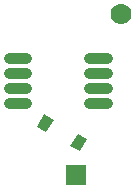
<source format=gbs>
G04 Layer: BottomSolderMaskLayer*
G04 EasyEDA v5.9.41, Tue, 05 Feb 2019 18:09:35 GMT*
G04 103b8e95693e4c8e91cf80fae80cb03d*
G04 Gerber Generator version 0.2*
G04 Scale: 100 percent, Rotated: No, Reflected: No *
G04 Dimensions in millimeters *
G04 leading zeros omitted , absolute positions ,3 integer and 3 decimal *
%FSLAX33Y33*%
%MOMM*%
G90*
G71D02*

%ADD25C,1.778000*%
%ADD26R,1.778000X1.778000*%
%ADD27C,0.903199*%

%LPD*%
G54D27*
G01X14056Y12008D02*
G01X12555Y12008D01*
G01X14056Y10738D02*
G01X12555Y10738D01*
G01X14056Y9468D02*
G01X12555Y9468D01*
G01X14056Y8198D02*
G01X12555Y8198D01*
G01X7257Y12008D02*
G01X5755Y12008D01*
G01X7257Y10738D02*
G01X5755Y10738D01*
G01X7257Y9468D02*
G01X5755Y9468D01*
G01X7257Y8198D02*
G01X5755Y8198D01*
G36*
G01X12393Y5146D02*
G01X11606Y5600D01*
G01X10996Y4545D01*
G01X11783Y4090D01*
G01X12393Y5146D01*
G37*
G36*
G01X9577Y6771D02*
G01X8790Y7226D01*
G01X8180Y6170D01*
G01X8968Y5715D01*
G01X9577Y6771D01*
G37*
G54D25*
G01X15240Y15691D03*
G54D26*
G01X11430Y2102D03*
M00*
M02*

</source>
